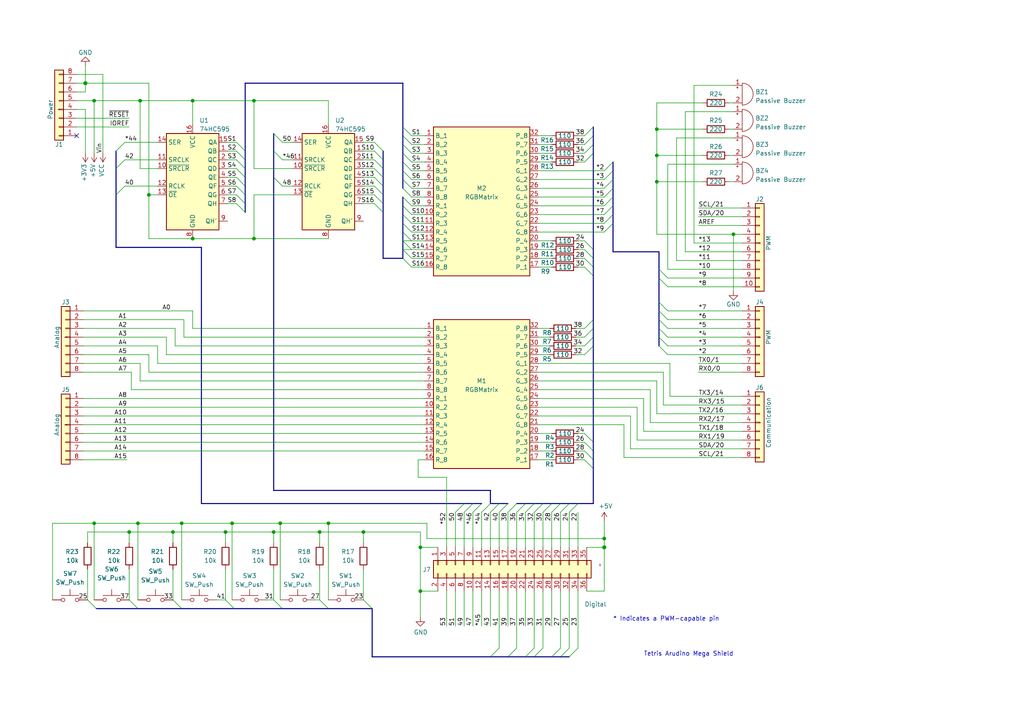
<source format=kicad_sch>
(kicad_sch (version 20230121) (generator eeschema)
  (paper "A4")
  (title_block (date "2023-05-02"))
  (junction (at 55.88 29.21))
  (junction (at 190.5 37.465))
  (junction (at 40.64 29.21))
  (junction (at 95.25 151.765))
  (junction (at 121.92 158.75))
  (junction (at 73.66 29.21))
  (junction (at 24.765 24.13) (diameter 1.016))
  (junction (at 121.92 171.45))
  (junction (at 79.375 154.305))
  (junction (at 65.405 154.305))
  (junction (at 190.5 45.085))
  (junction (at 37.465 154.305))
  (junction (at 52.705 151.765))
  (junction (at 27.305 151.765))
  (junction (at 92.71 154.305))
  (junction (at 27.305 29.21))
  (junction (at 105.41 154.305))
  (junction (at 50.165 154.305))
  (junction (at 175.26 156.21))
  (junction (at 212.725 67.945))
  (junction (at 40.005 151.765))
  (junction (at 43.18 56.515))
  (junction (at 190.5 52.705))
  (junction (at 73.66 69.215))
  (junction (at 67.31 151.765))
  (junction (at 175.26 158.75) (diameter 1.016))
  (junction (at 55.88 69.215))
  (junction (at 81.28 151.765))
  (no_connect (at 22.225 39.37))
  (bus_entry (at 79.375 173.99) (size 2.54 2.54))
  (bus_entry (at 175.26 67.31) (size 2.54 -2.54))
  (bus_entry (at 108.585 46.355) (size 2.54 2.54))
  (bus_entry (at 193.675 97.79) (size -2.54 -2.54))
  (bus_entry (at 92.71 173.99) (size 2.54 2.54))
  (bus_entry (at 152.4 146.05) (size -2.54 2.54))
  (bus_entry (at 119.38 49.53) (size -2.54 -2.54))
  (bus_entry (at 105.41 173.99) (size 2.54 2.54))
  (bus_entry (at 169.545 128.27) (size 2.54 2.54))
  (bus_entry (at 134.62 146.05) (size -2.54 2.54))
  (bus_entry (at 142.24 146.05) (size -2.54 2.54))
  (bus_entry (at 119.38 44.45) (size -2.54 -2.54))
  (bus_entry (at 149.86 187.96) (size -2.54 2.54))
  (bus_entry (at 193.675 95.25) (size -2.54 -2.54))
  (bus_entry (at 149.86 146.05) (size -2.54 2.54))
  (bus_entry (at 169.545 77.47) (size 2.54 2.54))
  (bus_entry (at 68.58 51.435) (size 2.54 2.54))
  (bus_entry (at 137.16 146.05) (size -2.54 2.54))
  (bus_entry (at 169.545 97.79) (size 2.54 -2.54))
  (bus_entry (at 81.915 41.275) (size -2.54 -2.54))
  (bus_entry (at 175.26 54.61) (size 2.54 -2.54))
  (bus_entry (at 193.675 83.185) (size -2.54 -2.54))
  (bus_entry (at 119.38 54.61) (size -2.54 -2.54))
  (bus_entry (at 33.655 48.895) (size 2.54 -2.54))
  (bus_entry (at 167.64 187.96) (size -2.54 2.54))
  (bus_entry (at 37.465 173.99) (size 2.54 2.54))
  (bus_entry (at 169.545 69.85) (size 2.54 2.54))
  (bus_entry (at 169.545 100.33) (size 2.54 -2.54))
  (bus_entry (at 108.585 41.275) (size 2.54 2.54))
  (bus_entry (at 65.405 173.99) (size 2.54 2.54))
  (bus_entry (at 193.675 90.17) (size -2.54 -2.54))
  (bus_entry (at 169.545 95.25) (size 2.54 -2.54))
  (bus_entry (at 68.58 43.815) (size 2.54 2.54))
  (bus_entry (at 119.38 41.91) (size -2.54 -2.54))
  (bus_entry (at 165.1 146.05) (size -2.54 2.54))
  (bus_entry (at 119.38 59.69) (size -2.54 -2.54))
  (bus_entry (at 175.26 57.15) (size 2.54 -2.54))
  (bus_entry (at 162.56 146.05) (size -2.54 2.54))
  (bus_entry (at 116.84 69.85) (size 2.54 2.54))
  (bus_entry (at 157.48 146.05) (size -2.54 2.54))
  (bus_entry (at 167.64 146.05) (size -2.54 2.54))
  (bus_entry (at 108.585 53.975) (size 2.54 2.54))
  (bus_entry (at 119.38 52.07) (size -2.54 -2.54))
  (bus_entry (at 144.78 146.05) (size -2.54 2.54))
  (bus_entry (at 193.675 92.71) (size -2.54 -2.54))
  (bus_entry (at 165.1 187.96) (size -2.54 2.54))
  (bus_entry (at 108.585 51.435) (size 2.54 2.54))
  (bus_entry (at 162.56 187.96) (size -2.54 2.54))
  (bus_entry (at 193.675 102.87) (size -2.54 -2.54))
  (bus_entry (at 175.26 52.07) (size 2.54 -2.54))
  (bus_entry (at 160.02 146.05) (size -2.54 2.54))
  (bus_entry (at 68.58 46.355) (size 2.54 2.54))
  (bus_entry (at 108.585 43.815) (size 2.54 2.54))
  (bus_entry (at 116.84 72.39) (size 2.54 2.54))
  (bus_entry (at 175.26 64.77) (size 2.54 -2.54))
  (bus_entry (at 119.38 67.31) (size -2.54 -2.54))
  (bus_entry (at 108.585 56.515) (size 2.54 2.54))
  (bus_entry (at 119.38 46.99) (size -2.54 -2.54))
  (bus_entry (at 169.545 125.73) (size 2.54 2.54))
  (bus_entry (at 169.545 133.35) (size 2.54 2.54))
  (bus_entry (at 68.58 53.975) (size 2.54 2.54))
  (bus_entry (at 175.26 59.69) (size 2.54 -2.54))
  (bus_entry (at 68.58 48.895) (size 2.54 2.54))
  (bus_entry (at 193.675 80.645) (size -2.54 -2.54))
  (bus_entry (at 108.585 48.895) (size 2.54 2.54))
  (bus_entry (at 33.655 43.815) (size 2.54 -2.54))
  (bus_entry (at 154.94 187.96) (size -2.54 2.54))
  (bus_entry (at 154.94 146.05) (size -2.54 2.54))
  (bus_entry (at 119.38 39.37) (size -2.54 -2.54))
  (bus_entry (at 68.58 56.515) (size 2.54 2.54))
  (bus_entry (at 175.26 49.53) (size 2.54 -2.54))
  (bus_entry (at 157.48 187.96) (size -2.54 2.54))
  (bus_entry (at 68.58 41.275) (size 2.54 2.54))
  (bus_entry (at 169.545 102.87) (size 2.54 -2.54))
  (bus_entry (at 139.7 146.05) (size -2.54 2.54))
  (bus_entry (at 169.545 41.91) (size 2.54 -2.54))
  (bus_entry (at 81.915 46.355) (size -2.54 -2.54))
  (bus_entry (at 169.545 44.45) (size 2.54 -2.54))
  (bus_entry (at 81.915 53.975) (size -2.54 -2.54))
  (bus_entry (at 169.545 72.39) (size 2.54 2.54))
  (bus_entry (at 144.78 187.96) (size -2.54 2.54))
  (bus_entry (at 116.84 74.93) (size 2.54 2.54))
  (bus_entry (at 68.58 59.055) (size 2.54 2.54))
  (bus_entry (at 119.38 57.15) (size -2.54 -2.54))
  (bus_entry (at 169.545 46.99) (size 2.54 -2.54))
  (bus_entry (at 119.38 62.23) (size -2.54 -2.54))
  (bus_entry (at 33.655 56.515) (size 2.54 -2.54))
  (bus_entry (at 116.84 67.31) (size 2.54 2.54))
  (bus_entry (at 119.38 64.77) (size -2.54 -2.54))
  (bus_entry (at 50.165 173.99) (size 2.54 2.54))
  (bus_entry (at 25.4 173.99) (size 2.54 2.54))
  (bus_entry (at 108.585 59.055) (size 2.54 2.54))
  (bus_entry (at 193.675 100.33) (size -2.54 -2.54))
  (bus_entry (at 147.32 146.05) (size -2.54 2.54))
  (bus_entry (at 169.545 39.37) (size 2.54 -2.54))
  (bus_entry (at 169.545 130.81) (size 2.54 2.54))
  (bus_entry (at 175.26 62.23) (size 2.54 -2.54))
  (bus_entry (at 169.545 74.93) (size 2.54 2.54))
  (wire (pts (xy 81.28 151.765) (xy 95.25 151.765)))
  (wire (pts (xy 215.265 107.95) (xy 202.565 107.95)))
  (wire (pts (xy 36.195 53.975) (xy 45.72 53.975)))
  (bus (pts (xy 172.085 95.25) (xy 172.085 97.79)))
  (wire (pts (xy 55.88 29.21) (xy 73.66 29.21)))
  (bus (pts (xy 111.125 53.975) (xy 111.125 56.515)))
  (bus (pts (xy 142.24 146.05) (xy 144.78 146.05)))
  (wire (pts (xy 190.5 45.085) (xy 203.835 45.085)))
  (wire (pts (xy 66.04 51.435) (xy 68.58 51.435)))
  (wire (pts (xy 129.54 171.45) (xy 129.54 181.61)))
  (wire (pts (xy 38.1 107.95) (xy 24.13 107.95)))
  (bus (pts (xy 116.84 39.37) (xy 116.84 36.83)))
  (bus (pts (xy 52.705 176.53) (xy 67.945 176.53)))
  (wire (pts (xy 193.675 78.105) (xy 215.265 78.105)))
  (wire (pts (xy 144.78 148.59) (xy 144.78 158.75)))
  (wire (pts (xy 105.41 48.895) (xy 108.585 48.895)))
  (wire (pts (xy 167.005 95.25) (xy 169.545 95.25)))
  (wire (pts (xy 40.64 29.21) (xy 40.64 48.895)))
  (wire (pts (xy 121.92 154.305) (xy 121.92 158.75)))
  (wire (pts (xy 215.265 60.325) (xy 202.565 60.325)))
  (wire (pts (xy 37.465 165.1) (xy 37.465 173.99)))
  (bus (pts (xy 172.085 97.79) (xy 172.085 100.33)))
  (wire (pts (xy 147.32 148.59) (xy 147.32 158.75)))
  (bus (pts (xy 116.84 46.99) (xy 116.84 44.45)))
  (wire (pts (xy 119.38 62.23) (xy 123.19 62.23)))
  (wire (pts (xy 175.26 158.75) (xy 175.26 171.45)))
  (wire (pts (xy 105.41 59.055) (xy 108.585 59.055)))
  (wire (pts (xy 37.465 34.29) (xy 22.225 34.29)))
  (bus (pts (xy 111.125 56.515) (xy 111.125 59.055)))
  (wire (pts (xy 105.41 56.515) (xy 108.585 56.515)))
  (wire (pts (xy 127 158.75) (xy 121.92 158.75)))
  (wire (pts (xy 66.04 43.815) (xy 68.58 43.815)))
  (bus (pts (xy 116.84 59.69) (xy 116.84 57.15)))
  (wire (pts (xy 22.225 21.59) (xy 29.845 21.59)))
  (wire (pts (xy 119.38 52.07) (xy 123.19 52.07)))
  (wire (pts (xy 190.5 120.015) (xy 215.265 120.015)))
  (wire (pts (xy 119.38 59.69) (xy 123.19 59.69)))
  (wire (pts (xy 156.21 77.47) (xy 160.02 77.47)))
  (bus (pts (xy 79.375 51.435) (xy 79.375 142.24)))
  (wire (pts (xy 24.13 102.87) (xy 43.18 102.87)))
  (wire (pts (xy 105.41 53.975) (xy 108.585 53.975)))
  (wire (pts (xy 27.305 44.45) (xy 27.305 29.21)))
  (wire (pts (xy 50.165 154.305) (xy 50.165 157.48)))
  (wire (pts (xy 132.08 148.59) (xy 132.08 158.75)))
  (wire (pts (xy 167.64 133.35) (xy 169.545 133.35)))
  (wire (pts (xy 52.705 151.765) (xy 67.31 151.765)))
  (wire (pts (xy 55.88 95.25) (xy 123.19 95.25)))
  (wire (pts (xy 73.66 29.21) (xy 95.25 29.21)))
  (wire (pts (xy 175.26 64.77) (xy 156.21 64.77)))
  (wire (pts (xy 95.25 151.765) (xy 95.25 173.99)))
  (wire (pts (xy 156.21 59.69) (xy 175.26 59.69)))
  (bus (pts (xy 116.84 62.23) (xy 116.84 59.69)))
  (bus (pts (xy 177.8 57.15) (xy 177.8 59.69)))
  (bus (pts (xy 162.56 146.05) (xy 165.1 146.05)))
  (wire (pts (xy 184.785 127.635) (xy 184.785 118.11)))
  (wire (pts (xy 180.975 123.19) (xy 156.21 123.19)))
  (bus (pts (xy 111.125 61.595) (xy 111.125 74.93)))
  (bus (pts (xy 172.085 130.81) (xy 172.085 133.35)))
  (wire (pts (xy 50.165 154.305) (xy 65.405 154.305)))
  (wire (pts (xy 156.21 133.35) (xy 160.02 133.35)))
  (bus (pts (xy 191.135 73.025) (xy 177.8 73.025)))
  (wire (pts (xy 142.24 148.59) (xy 142.24 158.75)))
  (wire (pts (xy 193.675 102.87) (xy 215.265 102.87)))
  (bus (pts (xy 191.135 92.71) (xy 191.135 90.17)))
  (wire (pts (xy 193.675 100.33) (xy 215.265 100.33)))
  (wire (pts (xy 167.64 39.37) (xy 169.545 39.37)))
  (wire (pts (xy 73.66 56.515) (xy 85.09 56.515)))
  (wire (pts (xy 105.41 154.305) (xy 121.92 154.305)))
  (bus (pts (xy 172.085 100.33) (xy 172.085 128.27)))
  (bus (pts (xy 71.12 46.355) (xy 71.12 48.895)))
  (wire (pts (xy 167.64 77.47) (xy 169.545 77.47)))
  (bus (pts (xy 191.135 73.025) (xy 191.135 78.105)))
  (bus (pts (xy 191.135 100.33) (xy 191.135 97.79)))
  (bus (pts (xy 191.135 87.63) (xy 191.135 80.645)))
  (wire (pts (xy 212.725 24.765) (xy 201.295 24.765)))
  (bus (pts (xy 191.135 80.645) (xy 191.135 78.105)))
  (wire (pts (xy 192.405 117.475) (xy 192.405 107.95)))
  (bus (pts (xy 107.95 190.5) (xy 107.95 176.53)))
  (bus (pts (xy 149.86 146.05) (xy 152.4 146.05)))
  (bus (pts (xy 177.8 62.23) (xy 177.8 64.77)))
  (bus (pts (xy 40.005 176.53) (xy 52.705 176.53)))
  (wire (pts (xy 119.38 39.37) (xy 123.19 39.37)))
  (wire (pts (xy 91.44 173.99) (xy 92.71 173.99)))
  (bus (pts (xy 172.085 128.27) (xy 172.085 130.81)))
  (wire (pts (xy 211.455 52.705) (xy 212.725 52.705)))
  (wire (pts (xy 66.04 48.895) (xy 68.58 48.895)))
  (bus (pts (xy 71.12 51.435) (xy 71.12 53.975)))
  (wire (pts (xy 201.295 70.485) (xy 215.265 70.485)))
  (bus (pts (xy 172.085 77.47) (xy 172.085 80.01)))
  (bus (pts (xy 134.62 146.05) (xy 137.16 146.05)))
  (wire (pts (xy 37.465 154.305) (xy 50.165 154.305)))
  (wire (pts (xy 25.4 154.305) (xy 25.4 157.48)))
  (wire (pts (xy 22.225 24.13) (xy 24.765 24.13)))
  (wire (pts (xy 73.66 56.515) (xy 73.66 69.215)))
  (wire (pts (xy 22.225 29.21) (xy 27.305 29.21)))
  (wire (pts (xy 123.825 156.21) (xy 175.26 156.21)))
  (wire (pts (xy 156.21 46.99) (xy 160.02 46.99)))
  (wire (pts (xy 193.675 90.17) (xy 215.265 90.17)))
  (wire (pts (xy 55.88 69.215) (xy 73.66 69.215)))
  (bus (pts (xy 71.12 48.895) (xy 71.12 51.435)))
  (wire (pts (xy 198.755 73.025) (xy 215.265 73.025)))
  (wire (pts (xy 24.13 130.81) (xy 123.19 130.81)))
  (wire (pts (xy 180.975 132.715) (xy 180.975 123.19)))
  (bus (pts (xy 154.94 146.05) (xy 157.48 146.05)))
  (bus (pts (xy 71.12 53.975) (xy 71.12 56.515)))
  (bus (pts (xy 116.84 41.91) (xy 116.84 39.37)))
  (bus (pts (xy 81.915 176.53) (xy 95.25 176.53)))
  (wire (pts (xy 66.04 53.975) (xy 68.58 53.975)))
  (wire (pts (xy 24.765 26.67) (xy 24.765 24.13)))
  (wire (pts (xy 156.21 69.85) (xy 160.02 69.85)))
  (wire (pts (xy 193.675 47.625) (xy 193.675 78.105)))
  (wire (pts (xy 156.21 130.81) (xy 160.02 130.81)))
  (wire (pts (xy 184.785 127.635) (xy 215.265 127.635)))
  (wire (pts (xy 156.21 39.37) (xy 160.02 39.37)))
  (bus (pts (xy 58.42 71.755) (xy 58.42 146.05)))
  (wire (pts (xy 43.18 56.515) (xy 45.72 56.515)))
  (bus (pts (xy 191.135 97.79) (xy 191.135 95.25)))
  (bus (pts (xy 116.84 72.39) (xy 116.84 74.93)))
  (bus (pts (xy 116.84 64.77) (xy 116.84 67.31)))
  (wire (pts (xy 184.785 118.11) (xy 156.21 118.11)))
  (wire (pts (xy 160.02 148.59) (xy 160.02 158.75)))
  (wire (pts (xy 154.94 148.59) (xy 154.94 158.75)))
  (wire (pts (xy 105.41 43.815) (xy 108.585 43.815)))
  (bus (pts (xy 79.375 38.735) (xy 79.375 43.815)))
  (wire (pts (xy 119.38 57.15) (xy 123.19 57.15)))
  (wire (pts (xy 119.38 64.77) (xy 123.19 64.77)))
  (wire (pts (xy 119.38 69.85) (xy 116.84 69.85)))
  (bus (pts (xy 79.375 142.24) (xy 142.24 142.24)))
  (wire (pts (xy 175.26 67.31) (xy 156.21 67.31)))
  (wire (pts (xy 137.16 148.59) (xy 137.16 158.75)))
  (wire (pts (xy 127 171.45) (xy 121.92 171.45)))
  (wire (pts (xy 81.915 41.275) (xy 85.09 41.275)))
  (bus (pts (xy 172.085 72.39) (xy 172.085 74.93)))
  (wire (pts (xy 29.845 21.59) (xy 29.845 44.45)))
  (wire (pts (xy 24.13 133.35) (xy 36.83 133.35)))
  (wire (pts (xy 156.21 97.79) (xy 159.385 97.79)))
  (wire (pts (xy 123.19 102.87) (xy 48.26 102.87)))
  (wire (pts (xy 119.38 67.31) (xy 123.19 67.31)))
  (wire (pts (xy 81.915 53.975) (xy 85.09 53.975)))
  (bus (pts (xy 177.8 46.99) (xy 177.8 49.53)))
  (bus (pts (xy 116.84 69.85) (xy 116.84 72.39)))
  (wire (pts (xy 95.25 29.21) (xy 95.25 36.195)))
  (bus (pts (xy 111.125 51.435) (xy 111.125 53.975)))
  (wire (pts (xy 123.825 151.765) (xy 123.825 156.21)))
  (wire (pts (xy 15.24 151.765) (xy 15.24 173.99)))
  (wire (pts (xy 105.41 154.305) (xy 105.41 157.48)))
  (wire (pts (xy 167.64 125.73) (xy 169.545 125.73)))
  (wire (pts (xy 157.48 148.59) (xy 157.48 158.75)))
  (bus (pts (xy 152.4 190.5) (xy 147.32 190.5)))
  (wire (pts (xy 119.38 69.85) (xy 123.19 69.85)))
  (wire (pts (xy 139.7 171.45) (xy 139.7 181.61)))
  (wire (pts (xy 167.64 72.39) (xy 169.545 72.39)))
  (wire (pts (xy 119.38 46.99) (xy 123.19 46.99)))
  (bus (pts (xy 162.56 190.5) (xy 160.02 190.5)))
  (wire (pts (xy 66.04 56.515) (xy 68.58 56.515)))
  (wire (pts (xy 193.675 80.645) (xy 215.265 80.645)))
  (wire (pts (xy 190.5 45.085) (xy 190.5 52.705)))
  (wire (pts (xy 144.78 171.45) (xy 144.78 187.96)))
  (wire (pts (xy 167.64 41.91) (xy 169.545 41.91)))
  (bus (pts (xy 116.84 67.31) (xy 116.84 69.85)))
  (wire (pts (xy 105.41 41.275) (xy 108.585 41.275)))
  (wire (pts (xy 139.7 148.59) (xy 139.7 158.75)))
  (wire (pts (xy 37.465 154.305) (xy 37.465 157.48)))
  (wire (pts (xy 43.18 107.95) (xy 123.19 107.95)))
  (wire (pts (xy 43.18 69.215) (xy 43.18 56.515)))
  (wire (pts (xy 147.32 171.45) (xy 147.32 181.61)))
  (wire (pts (xy 119.38 41.91) (xy 123.19 41.91)))
  (bus (pts (xy 172.085 41.91) (xy 172.085 44.45)))
  (bus (pts (xy 116.84 64.77) (xy 116.84 62.23)))
  (wire (pts (xy 156.21 120.65) (xy 182.88 120.65)))
  (wire (pts (xy 162.56 171.45) (xy 162.56 187.96)))
  (wire (pts (xy 167.64 74.93) (xy 169.545 74.93)))
  (wire (pts (xy 38.1 113.03) (xy 123.19 113.03)))
  (wire (pts (xy 152.4 148.59) (xy 152.4 158.75)))
  (wire (pts (xy 27.305 29.21) (xy 40.64 29.21)))
  (bus (pts (xy 71.12 56.515) (xy 71.12 59.055)))
  (wire (pts (xy 119.38 54.61) (xy 123.19 54.61)))
  (wire (pts (xy 15.24 151.765) (xy 27.305 151.765)))
  (wire (pts (xy 186.69 125.095) (xy 186.69 115.57)))
  (wire (pts (xy 24.13 90.17) (xy 55.88 90.17)))
  (wire (pts (xy 149.86 171.45) (xy 149.86 187.96)))
  (wire (pts (xy 129.54 138.43) (xy 129.54 158.75)))
  (bus (pts (xy 33.655 48.895) (xy 33.655 56.515)))
  (wire (pts (xy 190.5 120.015) (xy 190.5 110.49)))
  (wire (pts (xy 27.305 151.765) (xy 27.305 173.99)))
  (wire (pts (xy 105.41 51.435) (xy 108.585 51.435)))
  (wire (pts (xy 175.26 151.13) (xy 175.26 156.21)))
  (wire (pts (xy 211.455 37.465) (xy 212.725 37.465)))
  (bus (pts (xy 116.84 49.53) (xy 116.84 46.99)))
  (wire (pts (xy 156.21 113.03) (xy 188.595 113.03)))
  (wire (pts (xy 43.18 56.515) (xy 43.18 24.13)))
  (wire (pts (xy 188.595 122.555) (xy 188.595 113.03)))
  (bus (pts (xy 71.12 43.815) (xy 71.12 46.355)))
  (wire (pts (xy 175.26 156.21) (xy 175.26 158.75)))
  (wire (pts (xy 212.725 67.945) (xy 212.725 84.455)))
  (wire (pts (xy 55.88 90.17) (xy 55.88 95.25)))
  (bus (pts (xy 172.085 146.05) (xy 172.085 135.89)))
  (wire (pts (xy 123.19 105.41) (xy 45.72 105.41)))
  (wire (pts (xy 192.405 107.95) (xy 156.21 107.95)))
  (wire (pts (xy 180.975 132.715) (xy 215.265 132.715)))
  (wire (pts (xy 193.675 92.71) (xy 215.265 92.71)))
  (wire (pts (xy 40.64 48.895) (xy 45.72 48.895)))
  (bus (pts (xy 160.02 190.5) (xy 154.94 190.5)))
  (wire (pts (xy 48.26 102.87) (xy 48.26 97.79)))
  (wire (pts (xy 215.265 65.405) (xy 202.565 65.405)))
  (bus (pts (xy 116.84 24.13) (xy 116.84 36.83)))
  (wire (pts (xy 36.195 41.275) (xy 45.72 41.275)))
  (wire (pts (xy 156.21 102.87) (xy 159.385 102.87)))
  (wire (pts (xy 170.18 158.75) (xy 175.26 158.75)))
  (wire (pts (xy 211.455 45.085) (xy 212.725 45.085)))
  (wire (pts (xy 24.13 123.19) (xy 123.19 123.19)))
  (wire (pts (xy 43.18 24.13) (xy 24.765 24.13)))
  (wire (pts (xy 190.5 37.465) (xy 190.5 45.085)))
  (bus (pts (xy 177.8 64.77) (xy 177.8 73.025)))
  (wire (pts (xy 196.215 40.005) (xy 212.725 40.005)))
  (bus (pts (xy 177.8 52.07) (xy 177.8 54.61)))
  (wire (pts (xy 38.1 107.95) (xy 38.1 113.03)))
  (wire (pts (xy 175.26 52.07) (xy 156.21 52.07)))
  (bus (pts (xy 172.085 133.35) (xy 172.085 135.89)))
  (wire (pts (xy 123.19 97.79) (xy 53.34 97.79)))
  (wire (pts (xy 167.005 100.33) (xy 169.545 100.33)))
  (wire (pts (xy 24.13 95.25) (xy 50.8 95.25)))
  (wire (pts (xy 212.725 47.625) (xy 193.675 47.625)))
  (wire (pts (xy 165.1 148.59) (xy 165.1 158.75)))
  (bus (pts (xy 154.94 190.5) (xy 152.4 190.5)))
  (wire (pts (xy 211.455 29.845) (xy 212.725 29.845)))
  (wire (pts (xy 162.56 148.59) (xy 162.56 158.75)))
  (wire (pts (xy 79.375 165.1) (xy 79.375 173.99)))
  (wire (pts (xy 123.19 110.49) (xy 40.64 110.49)))
  (bus (pts (xy 191.135 95.25) (xy 191.135 92.71)))
  (wire (pts (xy 152.4 171.45) (xy 152.4 181.61)))
  (wire (pts (xy 81.28 151.765) (xy 81.28 173.99)))
  (wire (pts (xy 198.755 73.025) (xy 198.755 32.385)))
  (wire (pts (xy 67.31 151.765) (xy 67.31 173.99)))
  (wire (pts (xy 55.88 36.195) (xy 55.88 29.21)))
  (wire (pts (xy 149.86 148.59) (xy 149.86 158.75)))
  (bus (pts (xy 172.085 80.01) (xy 172.085 92.71)))
  (wire (pts (xy 190.5 37.465) (xy 203.835 37.465)))
  (wire (pts (xy 37.465 36.83) (xy 22.225 36.83)))
  (wire (pts (xy 95.25 151.765) (xy 123.825 151.765)))
  (wire (pts (xy 156.21 62.23) (xy 175.26 62.23)))
  (wire (pts (xy 186.69 115.57) (xy 156.21 115.57)))
  (bus (pts (xy 142.24 190.5) (xy 107.95 190.5)))
  (wire (pts (xy 25.4 154.305) (xy 37.465 154.305)))
  (wire (pts (xy 40.64 29.21) (xy 55.88 29.21)))
  (wire (pts (xy 157.48 171.45) (xy 157.48 187.96)))
  (wire (pts (xy 193.675 83.185) (xy 215.265 83.185)))
  (bus (pts (xy 33.655 43.815) (xy 33.655 48.895)))
  (bus (pts (xy 58.42 146.05) (xy 134.62 146.05)))
  (wire (pts (xy 160.02 171.45) (xy 160.02 181.61)))
  (wire (pts (xy 45.72 105.41) (xy 45.72 100.33)))
  (wire (pts (xy 167.005 97.79) (xy 169.545 97.79)))
  (bus (pts (xy 71.12 24.13) (xy 116.84 24.13)))
  (wire (pts (xy 24.13 92.71) (xy 53.34 92.71)))
  (wire (pts (xy 167.64 69.85) (xy 169.545 69.85)))
  (wire (pts (xy 73.66 69.215) (xy 95.25 69.215)))
  (wire (pts (xy 167.64 44.45) (xy 169.545 44.45)))
  (wire (pts (xy 81.915 46.355) (xy 85.09 46.355)))
  (wire (pts (xy 198.755 32.385) (xy 212.725 32.385)))
  (wire (pts (xy 156.21 44.45) (xy 160.02 44.45)))
  (wire (pts (xy 121.285 133.35) (xy 123.19 133.35)))
  (wire (pts (xy 196.215 75.565) (xy 196.215 40.005)))
  (wire (pts (xy 79.375 173.99) (xy 77.47 173.99)))
  (wire (pts (xy 79.375 154.305) (xy 92.71 154.305)))
  (wire (pts (xy 92.71 154.305) (xy 92.71 157.48)))
  (wire (pts (xy 65.405 173.99) (xy 62.865 173.99)))
  (wire (pts (xy 190.5 67.945) (xy 190.5 52.705)))
  (wire (pts (xy 167.64 130.81) (xy 169.545 130.81)))
  (bus (pts (xy 79.375 43.815) (xy 79.375 51.435)))
  (wire (pts (xy 105.41 165.1) (xy 105.41 173.99)))
  (wire (pts (xy 119.38 72.39) (xy 123.19 72.39)))
  (wire (pts (xy 188.595 122.555) (xy 215.265 122.555)))
  (bus (pts (xy 111.125 59.055) (xy 111.125 61.595)))
  (wire (pts (xy 24.13 120.65) (xy 123.19 120.65)))
  (bus (pts (xy 111.125 43.815) (xy 111.125 46.355)))
  (wire (pts (xy 156.21 128.27) (xy 160.02 128.27)))
  (wire (pts (xy 119.38 72.39) (xy 116.84 72.39)))
  (wire (pts (xy 156.21 125.73) (xy 160.02 125.73)))
  (bus (pts (xy 177.8 49.53) (xy 177.8 52.07)))
  (wire (pts (xy 215.265 67.945) (xy 212.725 67.945)))
  (wire (pts (xy 129.54 138.43) (xy 121.285 138.43)))
  (bus (pts (xy 111.125 48.895) (xy 111.125 51.435)))
  (wire (pts (xy 119.38 49.53) (xy 123.19 49.53)))
  (wire (pts (xy 92.71 165.1) (xy 92.71 173.99)))
  (bus (pts (xy 147.32 190.5) (xy 142.24 190.5)))
  (wire (pts (xy 156.21 41.91) (xy 160.02 41.91)))
  (wire (pts (xy 193.675 97.79) (xy 215.265 97.79)))
  (wire (pts (xy 175.26 54.61) (xy 156.21 54.61)))
  (wire (pts (xy 24.13 128.27) (xy 123.19 128.27)))
  (wire (pts (xy 36.195 46.355) (xy 45.72 46.355)))
  (wire (pts (xy 24.765 24.13) (xy 24.765 19.05)))
  (wire (pts (xy 79.375 154.305) (xy 79.375 157.48)))
  (bus (pts (xy 33.655 71.755) (xy 58.42 71.755)))
  (wire (pts (xy 27.305 151.765) (xy 40.005 151.765)))
  (wire (pts (xy 73.66 29.21) (xy 73.66 48.895)))
  (wire (pts (xy 40.005 151.765) (xy 40.005 173.99)))
  (bus (pts (xy 172.085 92.71) (xy 172.085 95.25)))
  (bus (pts (xy 95.25 176.53) (xy 107.95 176.53)))
  (wire (pts (xy 53.34 97.79) (xy 53.34 92.71)))
  (wire (pts (xy 182.88 130.175) (xy 182.88 120.65)))
  (wire (pts (xy 65.405 154.305) (xy 65.405 157.48)))
  (bus (pts (xy 152.4 146.05) (xy 154.94 146.05)))
  (wire (pts (xy 137.16 171.45) (xy 137.16 181.61)))
  (wire (pts (xy 24.13 118.11) (xy 123.19 118.11)))
  (wire (pts (xy 92.71 154.305) (xy 105.41 154.305)))
  (bus (pts (xy 172.085 74.93) (xy 172.085 77.47)))
  (wire (pts (xy 190.5 52.705) (xy 203.835 52.705)))
  (bus (pts (xy 27.94 176.53) (xy 40.005 176.53)))
  (wire (pts (xy 119.38 44.45) (xy 123.19 44.45)))
  (bus (pts (xy 67.945 176.53) (xy 81.915 176.53)))
  (wire (pts (xy 175.26 57.15) (xy 156.21 57.15)))
  (wire (pts (xy 50.8 95.25) (xy 50.8 100.33)))
  (wire (pts (xy 24.13 97.79) (xy 48.26 97.79)))
  (wire (pts (xy 154.94 171.45) (xy 154.94 187.96)))
  (wire (pts (xy 134.62 148.59) (xy 134.62 158.75)))
  (bus (pts (xy 177.8 54.61) (xy 177.8 57.15)))
  (wire (pts (xy 119.38 74.93) (xy 123.19 74.93)))
  (wire (pts (xy 134.62 171.45) (xy 134.62 181.61)))
  (wire (pts (xy 55.88 69.215) (xy 43.18 69.215)))
  (wire (pts (xy 182.88 130.175) (xy 215.265 130.175)))
  (bus (pts (xy 191.135 90.17) (xy 191.135 87.63)))
  (bus (pts (xy 142.24 142.24) (xy 142.24 146.05)))
  (wire (pts (xy 175.26 171.45) (xy 170.18 171.45)))
  (wire (pts (xy 24.765 31.75) (xy 22.225 31.75)))
  (bus (pts (xy 165.1 190.5) (xy 162.56 190.5)))
  (wire (pts (xy 24.13 115.57) (xy 123.19 115.57)))
  (bus (pts (xy 144.78 146.05) (xy 147.32 146.05)))
  (bus (pts (xy 116.84 52.07) (xy 116.84 49.53)))
  (wire (pts (xy 25.4 165.1) (xy 25.4 173.99)))
  (wire (pts (xy 50.165 165.1) (xy 50.165 173.99)))
  (bus (pts (xy 172.085 39.37) (xy 172.085 41.91)))
  (wire (pts (xy 193.675 95.25) (xy 215.265 95.25)))
  (wire (pts (xy 67.31 151.765) (xy 81.28 151.765)))
  (wire (pts (xy 66.04 59.055) (xy 68.58 59.055)))
  (wire (pts (xy 105.41 46.355) (xy 108.585 46.355)))
  (wire (pts (xy 24.765 44.45) (xy 24.765 31.75)))
  (bus (pts (xy 160.02 146.05) (xy 162.56 146.05)))
  (wire (pts (xy 43.18 102.87) (xy 43.18 107.95)))
  (wire (pts (xy 215.265 62.865) (xy 202.565 62.865)))
  (wire (pts (xy 65.405 154.305) (xy 79.375 154.305)))
  (bus (pts (xy 172.085 36.83) (xy 172.085 39.37)))
  (wire (pts (xy 66.04 41.275) (xy 68.58 41.275)))
  (wire (pts (xy 156.21 105.41) (xy 194.31 105.41)))
  (wire (pts (xy 66.04 46.355) (xy 68.58 46.355)))
  (wire (pts (xy 119.38 77.47) (xy 123.19 77.47)))
  (wire (pts (xy 156.21 74.93) (xy 160.02 74.93)))
  (bus (pts (xy 116.84 44.45) (xy 116.84 41.91)))
  (wire (pts (xy 201.295 24.765) (xy 201.295 70.485)))
  (bus (pts (xy 111.125 74.93) (xy 116.84 74.93)))
  (wire (pts (xy 73.66 48.895) (xy 85.09 48.895)))
  (wire (pts (xy 40.005 151.765) (xy 52.705 151.765)))
  (wire (pts (xy 121.285 138.43) (xy 121.285 133.35)))
  (wire (pts (xy 22.225 26.67) (xy 24.765 26.67)))
  (wire (pts (xy 165.1 171.45) (xy 165.1 187.96)))
  (wire (pts (xy 190.5 29.845) (xy 203.835 29.845)))
  (bus (pts (xy 116.84 54.61) (xy 116.84 52.07)))
  (wire (pts (xy 194.31 114.935) (xy 194.31 105.41)))
  (wire (pts (xy 194.31 114.935) (xy 215.265 114.935)))
  (wire (pts (xy 167.64 128.27) (xy 169.545 128.27)))
  (wire (pts (xy 167.64 171.45) (xy 167.64 187.96)))
  (wire (pts (xy 50.8 100.33) (xy 123.19 100.33)))
  (wire (pts (xy 192.405 117.475) (xy 215.265 117.475)))
  (bus (pts (xy 137.16 146.05) (xy 139.7 146.05)))
  (bus (pts (xy 111.125 46.355) (xy 111.125 48.895)))
  (wire (pts (xy 142.24 171.45) (xy 142.24 181.61)))
  (bus (pts (xy 177.8 59.69) (xy 177.8 62.23)))
  (wire (pts (xy 186.69 125.095) (xy 215.265 125.095)))
  (bus (pts (xy 33.655 56.515) (xy 33.655 71.755)))
  (bus (pts (xy 157.48 146.05) (xy 160.02 146.05)))
  (wire (pts (xy 167.64 148.59) (xy 167.64 158.75)))
  (wire (pts (xy 132.08 171.45) (xy 132.08 181.61)))
  (wire (pts (xy 156.21 95.25) (xy 159.385 95.25)))
  (bus (pts (xy 71.12 43.815) (xy 71.12 24.13)))
  (bus (pts (xy 172.085 44.45) (xy 172.085 72.39)))
  (wire (pts (xy 215.265 105.41) (xy 202.565 105.41)))
  (wire (pts (xy 24.13 125.73) (xy 123.19 125.73)))
  (wire (pts (xy 212.725 67.945) (xy 190.5 67.945)))
  (wire (pts (xy 121.92 171.45) (xy 121.92 179.07)))
  (wire (pts (xy 156.21 110.49) (xy 190.5 110.49)))
  (wire (pts (xy 175.26 49.53) (xy 156.21 49.53)))
  (wire (pts (xy 24.13 105.41) (xy 40.64 105.41)))
  (bus (pts (xy 167.64 146.05) (xy 172.085 146.05)))
  (wire (pts (xy 167.64 46.99) (xy 169.545 46.99)))
  (wire (pts (xy 24.13 100.33) (xy 45.72 100.33)))
  (wire (pts (xy 52.705 173.99) (xy 52.705 151.765)))
  (wire (pts (xy 40.64 110.49) (xy 40.64 105.41)))
  (wire (pts (xy 156.21 72.39) (xy 160.02 72.39)))
  (wire (pts (xy 156.21 100.33) (xy 159.385 100.33)))
  (wire (pts (xy 65.405 165.1) (xy 65.405 173.99)))
  (bus (pts (xy 71.12 59.055) (xy 71.12 61.595)))
  (bus (pts (xy 165.1 146.05) (xy 167.64 146.05)))
  (wire (pts (xy 190.5 29.845) (xy 190.5 37.465)))
  (wire (pts (xy 121.92 158.75) (xy 121.92 171.45)))
  (wire (pts (xy 196.215 75.565) (xy 215.265 75.565)))
  (wire (pts (xy 167.005 102.87) (xy 169.545 102.87)))
  (text "* Indicates a PWM-capable pin" (at 177.8 180.34 0) (effects (font (size 1.27 1.27)) (justify left bottom)))
  (text "Tetris Arudino Mega Shield\n" (at 186.69 190.5 0) (effects (font (size 1.27 1.27)) (justify left bottom)))
  (label "A10" (at 36.83 120.65 180))
  (label "RX0{slash}0" (at 202.565 107.95 0))
  (label "A15" (at 36.83 133.35 180))
  (label "S12" (at 119.38 67.31 0))
  (label "A2" (at 36.83 95.25 180))
  (label "RX2{slash}17" (at 202.565 122.555 0))
  (label "*4" (at 202.565 97.79 0))
  (label "S14" (at 108.585 53.975 180))
  (label "*44" (at 36.195 41.275 0))
  (label "S10" (at 119.38 62.23 0))
  (label "S13" (at 108.585 51.435 180))
  (label "S11" (at 108.5574 46.355 180))
  (label "SDA{slash}20" (at 202.565 130.175 0))
  (label "S6" (at 119.38 52.07 0))
  (label "26" (at 162.56 148.59 270))
  (label "26" (at 169.545 72.39 180))
  (label "31" (at 157.48 181.61 90))
  (label "22" (at 167.64 148.59 270))
  (label "Vin" (at 29.845 44.45 90))
  (label "31" (at 79.375 173.99 180))
  (label "33" (at 154.94 181.61 90))
  (label "S13" (at 119.38 69.85 0))
  (label "36" (at 149.86 148.59 270))
  (label "*2" (at 202.565 102.87 0))
  (label "S4" (at 119.38 46.99 0))
  (label "TX1{slash}18" (at 202.565 125.095 0))
  (label "*44" (at 139.7 148.59 270))
  (label "A3" (at 36.83 97.79 180))
  (label "S1" (at 68.58 41.275 180))
  (label "*13" (at 202.565 70.485 0))
  (label "28" (at 169.545 74.93 180))
  (label "38" (at 168.91 95.25 180))
  (label "*52" (at 129.54 148.59 270))
  (label "*12" (at 202.565 73.025 0))
  (label "42" (at 36.195 46.355 0))
  (label "40" (at 144.78 148.59 270))
  (label "S4" (at 68.5524 48.895 180))
  (label "30" (at 169.545 133.35 180))
  (label "36" (at 169.545 41.91 180))
  (label "S7" (at 119.38 54.61 0))
  (label "34" (at 168.91 100.33 180))
  (label "35" (at 152.4 181.61 90))
  (label "S3" (at 119.38 44.45 0))
  (label "*10" (at 202.565 78.105 0))
  (label "S8" (at 68.58 59.055 180))
  (label "S5" (at 68.58 51.435 180))
  (label "IOREF" (at 37.465 36.83 180))
  (label "S15" (at 108.585 56.515 180))
  (label "S10" (at 108.585 43.815 180))
  (label "S5" (at 119.38 49.53 0))
  (label "27" (at 92.71 173.99 180))
  (label "28" (at 160.02 148.59 270))
  (label "23" (at 167.64 181.61 90))
  (label "S16" (at 119.38 77.47 0))
  (label "50" (at 81.915 41.275 0))
  (label "25" (at 25.4 173.99 180))
  (label "29" (at 160.02 181.61 90))
  (label "A13" (at 36.83 128.27 180))
  (label "S9" (at 119.38 59.69 0))
  (label "38" (at 169.545 39.37 180))
  (label "41" (at 144.78 181.61 90))
  (label "30" (at 157.48 148.59 270))
  (label "47" (at 137.16 181.61 90))
  (label "34" (at 152.4 148.59 270))
  (label "*45" (at 139.7 181.61 90))
  (label "37" (at 37.465 173.99 180))
  (label "38" (at 147.32 148.59 270))
  (label "24" (at 169.545 125.73 180))
  (label "51" (at 132.08 181.61 90))
  (label "28" (at 169.545 130.81 180))
  (label "S7" (at 68.58 56.515 180))
  (label "*7" (at 202.565 90.17 0))
  (label "SDA{slash}20" (at 202.565 62.865 0))
  (label "S2" (at 119.38 41.91 0))
  (label "*8" (at 202.565 83.185 0))
  (label "S15" (at 119.38 74.93 0))
  (label "32" (at 169.545 46.99 180))
  (label "*5" (at 175.26 57.15 180))
  (label "A9" (at 36.83 118.11 180))
  (label "*9" (at 175.26 67.31 180))
  (label "*4" (at 175.26 54.61 180))
  (label "32" (at 168.91 102.87 180))
  (label "*11" (at 202.565 75.565 0))
  (label "*3" (at 202.565 100.33 0))
  (label "36" (at 168.91 97.79 180))
  (label "48" (at 81.915 53.975 0))
  (label "A6" (at 36.83 105.41 180))
  (label "23" (at 105.41 173.99 180))
  (label "42" (at 142.24 148.59 270))
  (label "*2" (at 175.26 49.53 180))
  (label "A1" (at 36.83 92.71 180))
  (label "53" (at 129.54 181.61 90))
  (label "TX0{slash}1" (at 202.565 105.41 0))
  (label "S8" (at 119.38 57.15 0))
  (label "S14" (at 119.38 72.39 0))
  (label "24" (at 165.1 148.59 270))
  (label "*3" (at 175.26 52.07 180))
  (label "S6" (at 68.58 53.975 180))
  (label "RX1{slash}19" (at 202.565 127.635 0))
  (label "A0" (at 49.53 90.17 180))
  (label "34" (at 169.545 44.45 180))
  (label "AREF" (at 202.565 65.405 0))
  (label "S2" (at 68.58 43.815 180))
  (label "A14" (at 36.83 130.81 180))
  (label "39" (at 147.32 181.61 90))
  (label "A8" (at 36.83 115.57 180))
  (label "26" (at 169.545 128.27 180))
  (label "*8" (at 175.26 64.77 180))
  (label "S3" (at 68.5524 46.355 180))
  (label "24" (at 169.545 69.85 180))
  (label "27" (at 162.56 181.61 90))
  (label "37" (at 149.86 181.61 90))
  (label "25" (at 165.1 181.61 90))
  (label "*6" (at 202.565 92.71 0))
  (label "*46" (at 137.16 148.59 270))
  (label "SCL{slash}21" (at 202.565 60.325 0))
  (label "*9" (at 202.565 80.645 0))
  (label "50" (at 132.08 148.59 270))
  (label "TX2{slash}16" (at 202.565 120.015 0))
  (label "S9" (at 108.585 41.275 180))
  (label "*6" (at 175.26 59.69 180))
  (label "33" (at 50.165 173.99 180))
  (label "*5" (at 202.565 95.25 0))
  (label "S12" (at 108.5574 48.895 180))
  (label "*46" (at 81.915 46.355 0))
  (label "S11" (at 119.38 64.77 0))
  (label "30" (at 169.545 77.47 180))
  (label "A7" (at 36.83 107.95 180))
  (label "A11" (at 36.83 123.19 180))
  (label "A4" (at 36.83 100.33 180))
  (label "S16" (at 108.585 59.055 180))
  (label "49" (at 134.62 181.61 90))
  (label "A5" (at 36.83 102.87 180))
  (label "RX3{slash}15" (at 202.565 117.475 0))
  (label "41" (at 65.405 173.99 180))
  (label "TX3{slash}14" (at 202.565 114.935 0))
  (label "~{RESET}" (at 37.465 34.29 180))
  (label "S1" (at 119.38 39.37 0))
  (label "32" (at 154.94 148.59 270))
  (label "43" (at 142.24 181.61 90))
  (label "*7" (at 175.26 62.23 180))
  (label "40" (at 36.195 53.975 0))
  (label "A12" (at 36.83 125.73 180))
  (label "SCL{slash}21" (at 202.565 132.715 0))
  (label "48" (at 134.62 148.59 270))
  (symbol (lib_id "Connector_Generic:Conn_01x10") (at 220.345 70.485 0) (unit 1)
    (property "Reference" "J2" (at 220.345 57.785 0))
    (property "Value" "PWM" (at 222.885 70.485 90))
    (property "Footprint" "Connector_PinHeader_2.54mm:PinHeader_1x10_P2.54mm_Vertical" (effects hide))
    (property "Datasheet" "~" (at 220.345 70.485 0))
  )
  (symbol (lib_id "power:GND") (at 212.725 84.455 0) (mirror y) (unit 1)
    (property "Reference" "#PWR05" (effects hide))
    (property "Value" "GND" (at 212.725 88.265 0))
  )
  (symbol (lib_id "Connector_Generic:Conn_01x08") (at 19.05 97.79 0) (mirror y) (unit 1)
    (property "Reference" "J3" (at 19.05 87.63 0))
    (property "Value" "Analog" (at 16.51 97.79 90))
    (property "Footprint" "Connector_PinHeader_2.54mm:PinHeader_1x08_P2.54mm_Vertical" (effects hide))
    (property "Datasheet" "~" (at 19.05 97.79 0))
  )
  (symbol (lib_id "Connector_Generic:Conn_01x08") (at 220.345 97.79 0) (unit 1)
    (property "Reference" "J4" (at 220.345 87.63 0))
    (property "Value" "PWM" (at 222.885 97.79 90))
    (property "Footprint" "Connector_PinHeader_2.54mm:PinHeader_1x08_P2.54mm_Vertical" (effects hide))
    (property "Datasheet" "~" (at 220.345 97.79 0))
  )
  (symbol (lib_id "Connector_Generic:Conn_01x08") (at 19.05 123.19 0) (mirror y) (unit 1)
    (property "Reference" "J5" (at 19.05 113.03 0))
    (property "Value" "Analog" (at 16.51 123.19 90))
    (property "Footprint" "Connector_PinHeader_2.54mm:PinHeader_1x08_P2.54mm_Vertical" (effects hide))
    (property "Datasheet" "~" (at 19.05 123.19 0))
  )
  (symbol (lib_id "Connector_Generic:Conn_01x08") (at 220.345 122.555 0) (unit 1)
    (property "Reference" "J6" (at 220.345 112.395 0))
    (property "Value" "Communication" (at 222.885 122.555 90))
    (property "Footprint" "Connector_PinHeader_2.54mm:PinHeader_1x08_P2.54mm_Vertical" (effects hide))
    (property "Datasheet" "~" (at 220.345 122.555 0))
  )
  (symbol (lib_id "Connector_Generic:Conn_02x18_Odd_Even") (at 147.32 163.83 90) (mirror x) (unit 1)
    (property "Reference" "J7" (at 124.9679 165.2206 90) (effects (justify left)))
    (property "Value" "Digital" (at 172.72 175.26 90))
    (property "Footprint" "Connector_PinHeader_2.54mm:PinHeader_2x18_P2.54mm_Vertical" (effects hide))
    (property "Datasheet" "~" (at 173.99 163.83 0))
  )
  (symbol (lib_id "power:GND") (at 121.92 179.07 0) (unit 1)
    (property "Reference" "#PWR07" (effects hide))
    (property "Value" "GND" (at 122.0343 183.3944 0))
  )
  (symbol (lib_id "power:+5V") (at 175.26 151.13 0) (unit 1)
    (property "Reference" "#PWR06" (effects hide))
    (property "Value" "+5V" (at 175.6283 146.8056 0))
  )
  (symbol (lib_id "power:+3V3") (at 24.765 44.45 180) (unit 1)
    (property "Reference" "#PWR03" (effects hide))
    (property "Value" "+3.3V" (at 24.384 47.498 90) (effects (justify left)))
  )
  (symbol (lib_id "Device:Buzzer") (at 215.265 27.305 0) (unit 1)
    (property "Reference" "BZ1" (at 219.075 26.67 0) (effects (justify left)))
    (property "Value" "Passive Buzzer" (at 219.075 29.21 0) (effects (justify left)))
    (property "Footprint" "Buzzer_Beeper:Buzzer_TDK_PS1240P02BT_D12.2mm_H6.5mm" (effects hide))
  )
  (symbol (lib_id "Device:R") (at 163.83 39.37 90) (unit 1)
    (property "Reference" "R16" (at 160.655 40.64 90) (effects (justify left)))
    (property "Value" "110" (at 165.735 39.37 90) (effects (justify left)))
    (property "Footprint" "Resistor_THT:R_Axial_DIN0207_L6.3mm_D2.5mm_P10.16mm_Horizontal" (effects hide))
  )
  (symbol (lib_id "Device:R") (at 163.83 69.85 270) (unit 1)
    (property "Reference" "R12" (at 156.845 71.12 90) (effects (justify left)))
    (property "Value" "110" (at 161.925 69.85 90) (effects (justify left)))
    (property "Footprint" "Resistor_THT:R_Axial_DIN0207_L6.3mm_D2.5mm_P10.16mm_Horizontal" (effects hide))
  )
  (symbol (lib_id "Device:R") (at 207.645 37.465 90) (unit 1)
    (property "Reference" "R25" (at 207.645 34.925 90))
    (property "Value" "220" (at 207.645 37.465 90))
    (property "Footprint" "Resistor_THT:R_Axial_DIN0207_L6.3mm_D2.5mm_P10.16mm_Horizontal" (effects hide))
  )
  (symbol (lib_id "Device:Buzzer") (at 215.265 42.545 0) (unit 1)
    (property "Reference" "BZ3" (at 219.075 41.91 0) (effects (justify left)))
    (property "Value" "Passive Buzzer" (at 219.075 44.45 0) (effects (justify left)))
    (property "Footprint" "Buzzer_Beeper:Buzzer_TDK_PS1240P02BT_D12.2mm_H6.5mm" (effects hide))
  )
  (symbol (lib_id "Device:R") (at 105.41 161.29 0) (mirror y) (unit 1)
    (property "Reference" "R17" (at 102.87 160.02 0) (effects (justify left)))
    (property "Value" "10k" (at 102.87 162.56 0) (effects (justify left)))
    (property "Footprint" "Resistor_THT:R_Axial_DIN0207_L6.3mm_D2.5mm_P10.16mm_Horizontal" (effects hide))
  )
  (symbol (lib_id "Device:R") (at 163.83 41.91 90) (unit 1)
    (property "Reference" "R15" (at 160.655 43.18 90) (effects (justify left)))
    (property "Value" "110" (at 165.735 41.91 90) (effects (justify left)))
    (property "Footprint" "Resistor_THT:R_Axial_DIN0207_L6.3mm_D2.5mm_P10.16mm_Horizontal" (effects hide))
  )
  (symbol (lib_id "Device:R") (at 65.405 161.29 0) (mirror y) (unit 1)
    (property "Reference" "R20" (at 62.865 160.02 0) (effects (justify left)))
    (property "Value" "10k" (at 62.865 162.56 0) (effects (justify left)))
    (property "Footprint" "Resistor_THT:R_Axial_DIN0207_L6.3mm_D2.5mm_P10.16mm_Horizontal" (effects hide))
  )
  (symbol (lib_id "Device:R") (at 79.375 161.29 0) (mirror y) (unit 1)
    (property "Reference" "R19" (at 76.835 160.02 0) (effects (justify left)))
    (property "Value" "10k" (at 76.835 162.56 0) (effects (justify left)))
    (property "Footprint" "Resistor_THT:R_Axial_DIN0207_L6.3mm_D2.5mm_P10.16mm_Horizontal" (effects hide))
  )
  (symbol (lib_id "Device:R") (at 163.195 102.87 90) (unit 1)
    (property "Reference" "R5" (at 160.02 104.14 90) (effects (justify left)))
    (property "Value" "110" (at 165.1 102.87 90) (effects (justify left)))
    (property "Footprint" "Resistor_THT:R_Axial_DIN0207_L6.3mm_D2.5mm_P10.16mm_Horizontal" (effects hide))
  )
  (symbol (lib_id "Device:R") (at 163.83 77.47 270) (unit 1)
    (property "Reference" "R9" (at 156.845 78.74 90) (effects (justify left)))
    (property "Value" "110" (at 161.925 77.47 90) (effects (justify left)))
    (property "Footprint" "Resistor_THT:R_Axial_DIN0207_L6.3mm_D2.5mm_P10.16mm_Horizontal" (effects hide))
  )
  (symbol (lib_id "Device:R") (at 163.195 100.33 90) (unit 1)
    (property "Reference" "R6" (at 160.02 101.6 90) (effects (justify left)))
    (property "Value" "110" (at 165.1 100.33 90) (effects (justify left)))
    (property "Footprint" "Resistor_THT:R_Axial_DIN0207_L6.3mm_D2.5mm_P10.16mm_Horizontal" (effects hide))
  )
  (symbol (lib_id "74xx:74HC595") (at 95.25 51.435 0) (unit 1)
    (property "Reference" "U2" (at 97.2059 34.925 0) (effects (justify left)))
    (property "Value" "74HC595" (at 97.2059 37.465 0) (effects (justify left)))
    (property "Footprint" "Package_DIP:DIP-16_W7.62mm_Socket_LongPads" (effects hide))
    (property "Datasheet" "http://www.ti.com/lit/ds/symlink/sn74hc595.pdf" (effects hide))
  )
  (symbol (lib_id "Device:R") (at 163.83 125.73 270) (unit 1)
    (property "Reference" "R4" (at 158.115 127 90) (effects (justify left)))
    (property "Value" "110" (at 161.925 125.73 90) (effects (justify left)))
    (property "Footprint" "Resistor_THT:R_Axial_DIN0207_L6.3mm_D2.5mm_P10.16mm_Horizontal" (effects hide))
  )
  (symbol (lib_id "Switch:SW_Push") (at 45.085 173.99 0) (mirror y) (unit 1)
    (property "Reference" "SW5" (at 45.085 165.735 0))
    (property "Value" "SW_Push" (at 45.085 168.275 0))
    (property "Footprint" "Button_Switch_THT:SW_PUSH_6mm_H4.3mm" (effects hide))
  )
  (symbol (lib_id "power:GND") (at 24.765 19.05 180) (unit 1)
    (property "Reference" "#PWR04" (effects hide))
    (property "Value" "GND" (at 24.765 15.24 0))
  )
  (symbol (lib_id "Device:R") (at 163.195 97.79 90) (unit 1)
    (property "Reference" "R7" (at 160.02 99.06 90) (effects (justify left)))
    (property "Value" "110" (at 165.1 97.79 90) (effects (justify left)))
    (property "Footprint" "Resistor_THT:R_Axial_DIN0207_L6.3mm_D2.5mm_P10.16mm_Horizontal" (effects hide))
  )
  (symbol (lib_id "74xx:74HC595") (at 55.88 51.435 0) (unit 1)
    (property "Reference" "U1" (at 57.8359 34.925 0) (effects (justify left)))
    (property "Value" "74HC595" (at 57.8359 37.465 0) (effects (justify left)))
    (property "Footprint" "Package_DIP:DIP-16_W7.62mm_Socket_LongPads" (effects hide))
    (property "Datasheet" "http://www.ti.com/lit/ds/symlink/sn74hc595.pdf" (effects hide))
  )
  (symbol (lib_id "Device:Buzzer") (at 215.265 34.925 0) (unit 1)
    (property "Reference" "BZ2" (at 219.075 34.29 0) (effects (justify left)))
    (property "Value" "Passive Buzzer" (at 219.075 36.83 0) (effects (justify left)))
    (property "Footprint" "Buzzer_Beeper:Buzzer_TDK_PS1240P02BT_D12.2mm_H6.5mm" (effects hide))
  )
  (symbol (lib_id "Switch:SW_Push") (at 72.39 173.99 0) (mirror y) (unit 1)
    (property "Reference" "SW3" (at 72.39 167.005 0))
    (property "Value" "SW_Push" (at 72.39 169.545 0))
    (property "Footprint" "Button_Switch_THT:SW_PUSH_6mm_H4.3mm" (effects hide))
  )
  (symbol (lib_id "Device:R") (at 25.4 161.29 0) (mirror x) (unit 1)
    (property "Reference" "R23" (at 22.86 160.02 0) (effects (justify right)))
    (property "Value" "10k" (at 22.86 162.56 0) (effects (justify right)))
    (property "Footprint" "Resistor_THT:R_Axial_DIN0207_L6.3mm_D2.5mm_P10.16mm_Horizontal" (effects hide))
  )
  (symbol (lib_id "Device:R") (at 163.83 74.93 270) (unit 1)
    (property "Reference" "R10" (at 156.845 76.2 90) (effects (justify left)))
    (property "Value" "110" (at 161.925 74.93 90) (effects (justify left)))
    (property "Footprint" "Resistor_THT:R_Axial_DIN0207_L6.3mm_D2.5mm_P10.16mm_Horizontal" (effects hide))
  )
  (symbol (lib_id "Device:R") (at 163.83 128.27 270) (unit 1)
    (property "Reference" "R3" (at 158.115 129.54 90) (effects (justify left)))
    (property "Value" "110" (at 161.925 128.27 90) (effects (justify left)))
    (property "Footprint" "Resistor_THT:R_Axial_DIN0207_L6.3mm_D2.5mm_P10.16mm_Horizontal" (effects hide))
  )
  (symbol (lib_id "Device:R") (at 207.645 29.845 90) (unit 1)
    (property "Reference" "R24" (at 207.645 27.305 90))
    (property "Value" "220" (at 207.645 29.845 90))
    (property "Footprint" "Resistor_THT:R_Axial_DIN0207_L6.3mm_D2.5mm_P10.16mm_Horizontal" (effects hide))
  )
  (symbol (lib_id "power:+5V") (at 27.305 44.45 180) (unit 1)
    (property "Reference" "#PWR02" (effects hide))
    (property "Value" "+5V" (at 26.9494 47.498 90) (effects (justify left)))
  )
  (symbol (lib_id "Device:R") (at 50.165 161.29 0) (mirror y) (unit 1)
    (property "Reference" "R21" (at 47.625 160.02 0) (effects (justify left)))
    (property "Value" "10k" (at 47.625 162.56 0) (effects (justify left)))
    (property "Footprint" "Resistor_THT:R_Axial_DIN0207_L6.3mm_D2.5mm_P10.16mm_Horizontal" (effects hide))
  )
  (symbol (lib_id "Device:R") (at 163.83 46.99 90) (unit 1)
    (property "Reference" "R13" (at 160.655 48.26 90) (effects (justify left)))
    (property "Value" "110" (at 165.735 46.99 90) (effects (justify left)))
    (property "Footprint" "Resistor_THT:R_Axial_DIN0207_L6.3mm_D2.5mm_P10.16mm_Horizontal" (effects hide))
  )
  (symbol (lib_id "Device:Buzzer") (at 215.265 50.165 0) (unit 1)
    (property "Reference" "BZ4" (at 219.075 49.53 0) (effects (justify left)))
    (property "Value" "Passive Buzzer" (at 219.075 52.07 0) (effects (justify left)))
    (property "Footprint" "Buzzer_Beeper:Buzzer_TDK_PS1240P02BT_D12.2mm_H6.5mm" (effects hide))
  )
  (symbol (lib_id "RGBMatrix:RGBMatrix") (at 139.7 58.42 270) (unit 1)
    (property "Reference" "M2" (at 139.7 54.61 90))
    (property "Value" "RGBMatrix" (at 139.7 57.15 90))
    (property "Footprint" "RGBMatrix:RGBMatrix" (effects hide))
  )
  (symbol (lib_id "Device:R") (at 207.645 45.085 90) (unit 1)
    (property "Reference" "R26" (at 207.645 42.545 90))
    (property "Value" "220" (at 207.645 45.085 90))
    (property "Footprint" "Resistor_THT:R_Axial_DIN0207_L6.3mm_D2.5mm_P10.16mm_Horizontal" (effects hide))
  )
  (symbol (lib_id "Device:R") (at 207.645 52.705 90) (unit 1)
    (property "Reference" "R27" (at 207.645 50.165 90))
    (property "Value" "220" (at 207.645 52.705 90))
    (property "Footprint" "Resistor_THT:R_Axial_DIN0207_L6.3mm_D2.5mm_P10.16mm_Horizontal" (effects hide))
  )
  (symbol (lib_id "Device:R") (at 163.83 44.45 90) (unit 1)
    (property "Reference" "R14" (at 160.655 45.72 90) (effects (justify left)))
    (property "Value" "110" (at 165.735 44.45 90) (effects (justify left)))
    (property "Footprint" "Resistor_THT:R_Axial_DIN0207_L6.3mm_D2.5mm_P10.16mm_Horizontal" (effects hide))
  )
  (symbol (lib_id "Device:R") (at 163.83 72.39 270) (unit 1)
    (property "Reference" "R11" (at 156.845 73.66 90) (effects (justify left)))
    (property "Value" "110" (at 161.925 72.39 90) (effects (justify left)))
    (property "Footprint" "Resistor_THT:R_Axial_DIN0207_L6.3mm_D2.5mm_P10.16mm_Horizontal" (effects hide))
  )
  (symbol (lib_id "Switch:SW_Push") (at 20.32 173.99 0) (mirror y) (unit 1)
    (property "Reference" "SW7" (at 20.32 166.37 0))
    (property "Value" "SW_Push" (at 20.32 168.91 0))
    (property "Footprint" "Button_Switch_THT:SW_PUSH_6mm_H4.3mm" (effects hide))
  )
  (symbol (lib_id "RGBMatrix:RGBMatrix") (at 139.7 114.3 270) (unit 1)
    (property "Reference" "M1" (at 139.7 110.49 90))
    (property "Value" "RGBMatrix" (at 139.7 113.03 90))
    (property "Footprint" "RGBMatrix:RGBMatrix" (effects hide))
  )
  (symbol (lib_id "Device:R") (at 163.83 130.81 270) (unit 1)
    (property "Reference" "R2" (at 158.115 132.08 90) (effects (justify left)))
    (property "Value" "110" (at 161.925 130.81 90) (effects (justify left)))
    (property "Footprint" "Resistor_THT:R_Axial_DIN0207_L6.3mm_D2.5mm_P10.16mm_Horizontal" (effects hide))
  )
  (symbol (lib_id "Device:R") (at 163.83 133.35 270) (unit 1)
    (property "Reference" "R1" (at 158.115 134.62 90) (effects (justify left)))
    (property "Value" "110" (at 161.925 133.35 90) (effects (justify left)))
    (property "Footprint" "Resistor_THT:R_Axial_DIN0207_L6.3mm_D2.5mm_P10.16mm_Horizontal" (effects hide))
  )
  (symbol (lib_id "Device:R") (at 92.71 161.29 0) (mirror y) (unit 1)
    (property "Reference" "R18" (at 90.17 160.02 0) (effects (justify left)))
    (property "Value" "10k" (at 90.17 162.56 0) (effects (justify left)))
    (property "Footprint" "Resistor_THT:R_Axial_DIN0207_L6.3mm_D2.5mm_P10.16mm_Horizontal" (effects hide))
  )
  (symbol (lib_id "Connector_Generic:Conn_01x08") (at 17.145 31.75 180) (unit 1)
    (property "Reference" "J1" (at 17.145 41.91 0))
    (property "Value" "Power" (at 14.605 31.75 90))
    (property "Footprint" "Connector_PinHeader_2.54mm:PinHeader_1x08_P2.54mm_Vertical" (effects hide))
    (property "Datasheet" "~" (at 17.145 31.75 0))
  )
  (symbol (lib_id "Device:R") (at 163.195 95.25 90) (unit 1)
    (property "Reference" "R8" (at 160.02 96.52 90) (effects (justify left)))
    (property "Value" "110" (at 165.1 95.25 90) (effects (justify left)))
    (property "Footprint" "Resistor_THT:R_Axial_DIN0207_L6.3mm_D2.5mm_P10.16mm_Horizontal" (effects hide))
  )
  (symbol (lib_id "Device:R") (at 37.465 161.29 0) (mirror x) (unit 1)
    (property "Reference" "R22" (at 34.925 160.02 0) (effects (justify right)))
    (property "Value" "10k" (at 34.925 162.56 0) (effects (justify right)))
    (property "Footprint" "Resistor_THT:R_Axial_DIN0207_L6.3mm_D2.5mm_P10.16mm_Horizontal" (effects hide))
  )
  (symbol (lib_id "Switch:SW_Push") (at 57.785 173.99 0) (mirror y) (unit 1)
    (property "Reference" "SW4" (at 57.785 167.005 0))
    (property "Value" "SW_Push" (at 57.785 169.545 0))
    (property "Footprint" "Button_Switch_THT:SW_PUSH_6mm_H4.3mm" (effects hide))
  )
  (symbol (lib_id "power:VCC") (at 29.845 44.45 180) (unit 1)
    (property "Reference" "#PWR01" (effects hide))
    (property "Value" "VCC" (at 29.464 47.498 90) (effects (justify left)))
  )
  (symbol (lib_id "Switch:SW_Push") (at 32.385 173.99 0) (mirror y) (unit 1)
    (property "Reference" "SW6" (at 32.385 165.1 0))
    (property "Value" "SW_Push" (at 32.385 167.64 0))
    (property "Footprint" "Button_Switch_THT:SW_PUSH_6mm_H4.3mm" (effects hide))
  )
  (symbol (lib_id "Switch:SW_Push") (at 86.36 173.99 0) (mirror y) (unit 1)
    (property "Reference" "SW2" (at 86.36 167.005 0))
    (property "Value" "SW_Push" (at 86.36 169.545 0))
    (property "Footprint" "Button_Switch_THT:SW_PUSH_6mm_H4.3mm" (effects hide))
  )
  (symbol (lib_id "Switch:SW_Push") (at 100.33 173.99 0) (mirror y) (unit 1)
    (property "Reference" "SW1" (at 100.33 167.005 0))
    (property "Value" "SW_Push" (at 100.33 169.545 0))
    (property "Footprint" "Button_Switch_THT:SW_PUSH_6mm_H4.3mm" (effects hide))
  )
)
</source>
